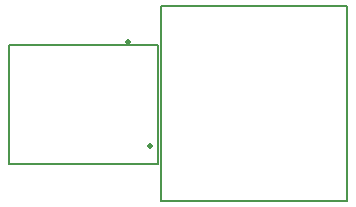
<source format=gto>
%FSLAX33Y33*%
%MOMM*%
%ADD10C,0.15*%
%ADD11C,0.5*%
D10*
%LNtop silkscreen_traces*%
%LNtop silkscreen component f178ae9f3eb66128*%
G01*
X9349Y15026D02*
X21951Y15026D01*
X21951Y4974*
X9349Y4974*
X9349Y15026*
D11*
X19425Y15326D03*
%LNtop silkscreen component c42a6a9a39d68f58*%
D10*
X22224Y18367D02*
X37923Y18367D01*
X37923Y1833*
X22224Y1833*
X22224Y18367*
D11*
X21220Y6542D03*
M02*
</source>
